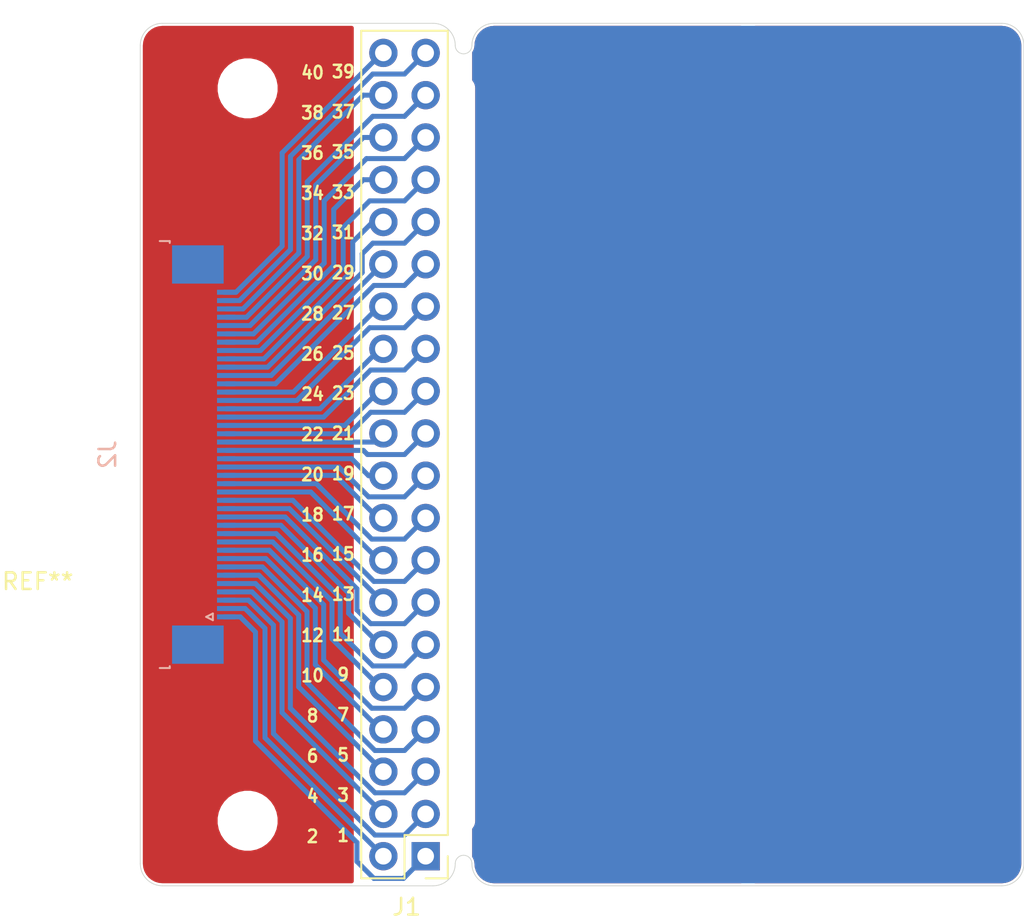
<source format=kicad_pcb>
(kicad_pcb (version 20171130) (host pcbnew "(5.1.6)-1")
  (layers (0 F.Cu signal) (31 B.Cu signal) (34 B.Paste user) (35 F.Paste user) (36 B.SilkS user) (37 F.SilkS user) (38 B.Mask user) (39 F.Mask user) (44 Edge.Cuts user))
  (net 0 "")
  (net 1 "Net-(J1-Pad40)")
  (net 2 "Net-(J1-Pad39)")
  (net 3 "Net-(J1-Pad38)")
  (net 4 "Net-(J1-Pad37)")
  (net 5 "Net-(J1-Pad36)")
  (net 6 "Net-(J1-Pad35)")
  (net 7 "Net-(J1-Pad34)")
  (net 8 "Net-(J1-Pad33)")
  (net 9 "Net-(J1-Pad32)")
  (net 10 "Net-(J1-Pad31)")
  (net 11 "Net-(J1-Pad30)")
  (net 12 "Net-(J1-Pad29)")
  (net 13 "Net-(J1-Pad28)")
  (net 14 "Net-(J1-Pad27)")
  (net 15 "Net-(J1-Pad26)")
  (net 16 "Net-(J1-Pad25)")
  (net 17 "Net-(J1-Pad24)")
  (net 18 "Net-(J1-Pad23)")
  (net 19 "Net-(J1-Pad22)")
  (net 20 "Net-(J1-Pad21)")
  (net 21 "Net-(J1-Pad20)")
  (net 22 "Net-(J1-Pad19)")
  (net 23 "Net-(J1-Pad18)")
  (net 24 "Net-(J1-Pad17)")
  (net 25 "Net-(J1-Pad16)")
  (net 26 "Net-(J1-Pad15)")
  (net 27 "Net-(J1-Pad14)")
  (net 28 "Net-(J1-Pad13)")
  (net 29 "Net-(J1-Pad12)")
  (net 30 "Net-(J1-Pad11)")
  (net 31 "Net-(J1-Pad10)")
  (net 32 "Net-(J1-Pad9)")
  (net 33 "Net-(J1-Pad8)")
  (net 34 "Net-(J1-Pad7)")
  (net 35 "Net-(J1-Pad6)")
  (net 36 "Net-(J1-Pad5)")
  (net 37 "Net-(J1-Pad4)")
  (net 38 "Net-(J1-Pad3)")
  (net 39 "Net-(J1-Pad2)")
  (net 40 "Net-(J1-Pad1)")
  (net 41 GND)
  (module "" (layer B.Cu) (at 159.7025 93.98 270)
    (fp_text reference "" (at 0 0 90) (layer B.SilkS) (effects (font (size 1.27 1.27)) (justify mirror)))
    (fp_text value "" (at 0 0 90) (layer B.SilkS) (effects (font (size 1.27 1.27)) (justify mirror)))
  )
  (module Connector_Wire:SolderWire-0.1sqmm_1x01_D0.4mm_OD1mm (layer F.Cu) (at 142.6083 93.98)
    (fp_text reference REF** (at -25.5778 7.62) (layer F.SilkS))
    (fp_text value SolderWire-0.1sqmm_1x01_D0.4mm_OD1mm)
    (pad "" np_thru_hole oval (at 0.0047 0) (size 1 45) (drill oval 1 45) (layers *.Cu *.Mask))
  )
  (module MountingHole:MountingHole_3.2mm_M3 (layer F.Cu) (at 129.64 71.98)
    (fp_text reference H1 (at 0 -0.0345) (layer F.SilkS))
    (fp_text value MountingHole)
    (pad 1 np_thru_hole circle (at 0 0) (size 3.2 3.2) (drill 3.2) (layers *.Cu *.Mask))
  )
  (module MountingHole:MountingHole_3.2mm_M3 (layer F.Cu) (at 129.6395 115.98)
    (fp_text reference H2 (at 0 -0.029) (layer F.SilkS))
    (fp_text value MountingHole)
    (pad 1 np_thru_hole circle (at 0 0) (size 3.2 3.2) (drill 3.2) (layers *.Cu *.Mask))
  )
  (module Connector_FFC-FPC:TE_4-1734839-0_1x40-1MP_P0.5mm_Horizontal (layer B.Cu) (at 127 93.98 90)
    (fp_text reference J2 (at 0 -5.7785 -90) (layer B.SilkS) (effects (justify mirror)))
    (fp_text value Conn_01x40_MountingPin)
    (fp_line (start -12.715 -2.04) (end -12.825 -2.04) (layer B.SilkS) (width 0.12))
    (fp_line (start -12.825 -2.04) (end -12.825 -2.64) (layer B.SilkS) (width 0.12))
    (fp_line (start 12.715 -2.04) (end 12.825 -2.04) (layer B.SilkS) (width 0.12))
    (fp_line (start 12.825 -2.04) (end 12.825 -2.64) (layer B.SilkS) (width 0.12))
    (fp_line (start -9.95 0.55) (end -9.75 0.15) (layer B.SilkS) (width 0.12))
    (fp_line (start -9.75 0.15) (end -9.55 0.55) (layer B.SilkS) (width 0.12))
    (fp_line (start -9.55 0.55) (end -9.95 0.55) (layer B.SilkS) (width 0.12))
    (pad 1 smd rect (at -9.75 1.35 90) (size 0.3 1.1) (layers B.Cu B.Paste B.Mask) (net 40 "Net-(J1-Pad1)"))
    (pad 2 smd rect (at -9.25 1.35 90) (size 0.3 1.1) (layers B.Cu B.Paste B.Mask) (net 39 "Net-(J1-Pad2)"))
    (pad 3 smd rect (at -8.75 1.35 90) (size 0.3 1.1) (layers B.Cu B.Paste B.Mask) (net 38 "Net-(J1-Pad3)"))
    (pad 4 smd rect (at -8.25 1.35 90) (size 0.3 1.1) (layers B.Cu B.Paste B.Mask) (net 37 "Net-(J1-Pad4)"))
    (pad 5 smd rect (at -7.75 1.35 90) (size 0.3 1.1) (layers B.Cu B.Paste B.Mask) (net 36 "Net-(J1-Pad5)"))
    (pad 6 smd rect (at -7.25 1.35 90) (size 0.3 1.1) (layers B.Cu B.Paste B.Mask) (net 35 "Net-(J1-Pad6)"))
    (pad 7 smd rect (at -6.75 1.35 90) (size 0.3 1.1) (layers B.Cu B.Paste B.Mask) (net 34 "Net-(J1-Pad7)"))
    (pad 8 smd rect (at -6.25 1.35 90) (size 0.3 1.1) (layers B.Cu B.Paste B.Mask) (net 33 "Net-(J1-Pad8)"))
    (pad 9 smd rect (at -5.75 1.35 90) (size 0.3 1.1) (layers B.Cu B.Paste B.Mask) (net 32 "Net-(J1-Pad9)"))
    (pad 10 smd rect (at -5.25 1.35 90) (size 0.3 1.1) (layers B.Cu B.Paste B.Mask) (net 31 "Net-(J1-Pad10)"))
    (pad 11 smd rect (at -4.75 1.35 90) (size 0.3 1.1) (layers B.Cu B.Paste B.Mask) (net 30 "Net-(J1-Pad11)"))
    (pad 12 smd rect (at -4.25 1.35 90) (size 0.3 1.1) (layers B.Cu B.Paste B.Mask) (net 29 "Net-(J1-Pad12)"))
    (pad 13 smd rect (at -3.75 1.35 90) (size 0.3 1.1) (layers B.Cu B.Paste B.Mask) (net 28 "Net-(J1-Pad13)"))
    (pad 14 smd rect (at -3.25 1.35 90) (size 0.3 1.1) (layers B.Cu B.Paste B.Mask) (net 27 "Net-(J1-Pad14)"))
    (pad 15 smd rect (at -2.75 1.35 90) (size 0.3 1.1) (layers B.Cu B.Paste B.Mask) (net 26 "Net-(J1-Pad15)"))
    (pad 16 smd rect (at -2.25 1.35 90) (size 0.3 1.1) (layers B.Cu B.Paste B.Mask) (net 25 "Net-(J1-Pad16)"))
    (pad 17 smd rect (at -1.75 1.35 90) (size 0.3 1.1) (layers B.Cu B.Paste B.Mask) (net 24 "Net-(J1-Pad17)"))
    (pad 18 smd rect (at -1.25 1.35 90) (size 0.3 1.1) (layers B.Cu B.Paste B.Mask) (net 23 "Net-(J1-Pad18)"))
    (pad 19 smd rect (at -0.75 1.35 90) (size 0.3 1.1) (layers B.Cu B.Paste B.Mask) (net 22 "Net-(J1-Pad19)"))
    (pad 20 smd rect (at -0.25 1.35 90) (size 0.3 1.1) (layers B.Cu B.Paste B.Mask) (net 21 "Net-(J1-Pad20)"))
    (pad 21 smd rect (at 0.25 1.35 90) (size 0.3 1.1) (layers B.Cu B.Paste B.Mask) (net 20 "Net-(J1-Pad21)"))
    (pad 22 smd rect (at 0.75 1.35 90) (size 0.3 1.1) (layers B.Cu B.Paste B.Mask) (net 19 "Net-(J1-Pad22)"))
    (pad 23 smd rect (at 1.25 1.35 90) (size 0.3 1.1) (layers B.Cu B.Paste B.Mask) (net 18 "Net-(J1-Pad23)"))
    (pad 24 smd rect (at 1.75 1.35 90) (size 0.3 1.1) (layers B.Cu B.Paste B.Mask) (net 17 "Net-(J1-Pad24)"))
    (pad 25 smd rect (at 2.25 1.35 90) (size 0.3 1.1) (layers B.Cu B.Paste B.Mask) (net 16 "Net-(J1-Pad25)"))
    (pad 26 smd rect (at 2.75 1.35 90) (size 0.3 1.1) (layers B.Cu B.Paste B.Mask) (net 15 "Net-(J1-Pad26)"))
    (pad 27 smd rect (at 3.25 1.35 90) (size 0.3 1.1) (layers B.Cu B.Paste B.Mask) (net 14 "Net-(J1-Pad27)"))
    (pad 28 smd rect (at 3.75 1.35 90) (size 0.3 1.1) (layers B.Cu B.Paste B.Mask) (net 13 "Net-(J1-Pad28)"))
    (pad 29 smd rect (at 4.25 1.35 90) (size 0.3 1.1) (layers B.Cu B.Paste B.Mask) (net 12 "Net-(J1-Pad29)"))
    (pad 30 smd rect (at 4.75 1.35 90) (size 0.3 1.1) (layers B.Cu B.Paste B.Mask) (net 11 "Net-(J1-Pad30)"))
    (pad 31 smd rect (at 5.25 1.35 90) (size 0.3 1.1) (layers B.Cu B.Paste B.Mask) (net 10 "Net-(J1-Pad31)"))
    (pad 32 smd rect (at 5.75 1.35 90) (size 0.3 1.1) (layers B.Cu B.Paste B.Mask) (net 9 "Net-(J1-Pad32)"))
    (pad 33 smd rect (at 6.25 1.35 90) (size 0.3 1.1) (layers B.Cu B.Paste B.Mask) (net 8 "Net-(J1-Pad33)"))
    (pad 34 smd rect (at 6.75 1.35 90) (size 0.3 1.1) (layers B.Cu B.Paste B.Mask) (net 7 "Net-(J1-Pad34)"))
    (pad 35 smd rect (at 7.25 1.35 90) (size 0.3 1.1) (layers B.Cu B.Paste B.Mask) (net 6 "Net-(J1-Pad35)"))
    (pad 36 smd rect (at 7.75 1.35 90) (size 0.3 1.1) (layers B.Cu B.Paste B.Mask) (net 5 "Net-(J1-Pad36)"))
    (pad 37 smd rect (at 8.25 1.35 90) (size 0.3 1.1) (layers B.Cu B.Paste B.Mask) (net 4 "Net-(J1-Pad37)"))
    (pad 38 smd rect (at 8.75 1.35 90) (size 0.3 1.1) (layers B.Cu B.Paste B.Mask) (net 3 "Net-(J1-Pad38)"))
    (pad 39 smd rect (at 9.25 1.35 90) (size 0.3 1.1) (layers B.Cu B.Paste B.Mask) (net 2 "Net-(J1-Pad39)"))
    (pad 40 smd rect (at 9.75 1.35 90) (size 0.3 1.1) (layers B.Cu B.Paste B.Mask) (net 1 "Net-(J1-Pad40)"))
    (pad MP smd rect (at -11.42 -0.35 90) (size 2.3 3.1) (layers B.Cu B.Paste B.Mask) (net 41 GND))
    (pad MP smd rect (at 11.42 -0.35 90) (size 2.3 3.1) (layers B.Cu B.Paste B.Mask) (net 41 GND))
  )
  (module Connector_PinHeader_2.54mm:PinHeader_2x20_P2.54mm_Vertical (layer F.Cu) (at 140.335 118.11 180)
    (fp_text reference J1 (at 1.143 -3.048) (layer F.SilkS))
    (fp_text value Conn_01x40)
    (fp_line (start -1.33 49.59) (end 3.87 49.59) (layer F.SilkS) (width 0.12))
    (fp_line (start -1.33 1.27) (end -1.33 49.59) (layer F.SilkS) (width 0.12))
    (fp_line (start 3.87 -1.33) (end 3.87 49.59) (layer F.SilkS) (width 0.12))
    (fp_line (start -1.33 1.27) (end 1.27 1.27) (layer F.SilkS) (width 0.12))
    (fp_line (start 1.27 1.27) (end 1.27 -1.33) (layer F.SilkS) (width 0.12))
    (fp_line (start 1.27 -1.33) (end 3.87 -1.33) (layer F.SilkS) (width 0.12))
    (fp_line (start -1.33 0) (end -1.33 -1.33) (layer F.SilkS) (width 0.12))
    (fp_line (start -1.33 -1.33) (end 0 -1.33) (layer F.SilkS) (width 0.12))
    (pad 1 thru_hole rect (at 0 0 180) (size 1.7 1.7) (drill 1) (layers *.Cu *.Mask) (net 40 "Net-(J1-Pad1)"))
    (pad 2 thru_hole oval (at 2.54 0 180) (size 1.7 1.7) (drill 1) (layers *.Cu *.Mask) (net 39 "Net-(J1-Pad2)"))
    (pad 3 thru_hole oval (at 0 2.54 180) (size 1.7 1.7) (drill 1) (layers *.Cu *.Mask) (net 38 "Net-(J1-Pad3)"))
    (pad 4 thru_hole oval (at 2.54 2.54 180) (size 1.7 1.7) (drill 1) (layers *.Cu *.Mask) (net 37 "Net-(J1-Pad4)"))
    (pad 5 thru_hole oval (at 0 5.08 180) (size 1.7 1.7) (drill 1) (layers *.Cu *.Mask) (net 36 "Net-(J1-Pad5)"))
    (pad 6 thru_hole oval (at 2.54 5.08 180) (size 1.7 1.7) (drill 1) (layers *.Cu *.Mask) (net 35 "Net-(J1-Pad6)"))
    (pad 7 thru_hole oval (at 0 7.62 180) (size 1.7 1.7) (drill 1) (layers *.Cu *.Mask) (net 34 "Net-(J1-Pad7)"))
    (pad 8 thru_hole oval (at 2.54 7.62 180) (size 1.7 1.7) (drill 1) (layers *.Cu *.Mask) (net 33 "Net-(J1-Pad8)"))
    (pad 9 thru_hole oval (at 0 10.16 180) (size 1.7 1.7) (drill 1) (layers *.Cu *.Mask) (net 32 "Net-(J1-Pad9)"))
    (pad 10 thru_hole oval (at 2.54 10.16 180) (size 1.7 1.7) (drill 1) (layers *.Cu *.Mask) (net 31 "Net-(J1-Pad10)"))
    (pad 11 thru_hole oval (at 0 12.7 180) (size 1.7 1.7) (drill 1) (layers *.Cu *.Mask) (net 30 "Net-(J1-Pad11)"))
    (pad 12 thru_hole oval (at 2.54 12.7 180) (size 1.7 1.7) (drill 1) (layers *.Cu *.Mask) (net 29 "Net-(J1-Pad12)"))
    (pad 13 thru_hole oval (at 0 15.24 180) (size 1.7 1.7) (drill 1) (layers *.Cu *.Mask) (net 28 "Net-(J1-Pad13)"))
    (pad 14 thru_hole oval (at 2.54 15.24 180) (size 1.7 1.7) (drill 1) (layers *.Cu *.Mask) (net 27 "Net-(J1-Pad14)"))
    (pad 15 thru_hole oval (at 0 17.78 180) (size 1.7 1.7) (drill 1) (layers *.Cu *.Mask) (net 26 "Net-(J1-Pad15)"))
    (pad 16 thru_hole oval (at 2.54 17.78 180) (size 1.7 1.7) (drill 1) (layers *.Cu *.Mask) (net 25 "Net-(J1-Pad16)"))
    (pad 17 thru_hole oval (at 0 20.32 180) (size 1.7 1.7) (drill 1) (layers *.Cu *.Mask) (net 24 "Net-(J1-Pad17)"))
    (pad 18 thru_hole oval (at 2.54 20.32 180) (size 1.7 1.7) (drill 1) (layers *.Cu *.Mask) (net 23 "Net-(J1-Pad18)"))
    (pad 19 thru_hole oval (at 0 22.86 180) (size 1.7 1.7) (drill 1) (layers *.Cu *.Mask) (net 22 "Net-(J1-Pad19)"))
    (pad 20 thru_hole oval (at 2.54 22.86 180) (size 1.7 1.7) (drill 1) (layers *.Cu *.Mask) (net 21 "Net-(J1-Pad20)"))
    (pad 21 thru_hole oval (at 0 25.4 180) (size 1.7 1.7) (drill 1) (layers *.Cu *.Mask) (net 20 "Net-(J1-Pad21)"))
    (pad 22 thru_hole oval (at 2.54 25.4 180) (size 1.7 1.7) (drill 1) (layers *.Cu *.Mask) (net 19 "Net-(J1-Pad22)"))
    (pad 23 thru_hole oval (at 0 27.94 180) (size 1.7 1.7) (drill 1) (layers *.Cu *.Mask) (net 18 "Net-(J1-Pad23)"))
    (pad 24 thru_hole oval (at 2.54 27.94 180) (size 1.7 1.7) (drill 1) (layers *.Cu *.Mask) (net 17 "Net-(J1-Pad24)"))
    (pad 25 thru_hole oval (at 0 30.48 180) (size 1.7 1.7) (drill 1) (layers *.Cu *.Mask) (net 16 "Net-(J1-Pad25)"))
    (pad 26 thru_hole oval (at 2.54 30.48 180) (size 1.7 1.7) (drill 1) (layers *.Cu *.Mask) (net 15 "Net-(J1-Pad26)"))
    (pad 27 thru_hole oval (at 0 33.02 180) (size 1.7 1.7) (drill 1) (layers *.Cu *.Mask) (net 14 "Net-(J1-Pad27)"))
    (pad 28 thru_hole oval (at 2.54 33.02 180) (size 1.7 1.7) (drill 1) (layers *.Cu *.Mask) (net 13 "Net-(J1-Pad28)"))
    (pad 29 thru_hole oval (at 0 35.56 180) (size 1.7 1.7) (drill 1) (layers *.Cu *.Mask) (net 12 "Net-(J1-Pad29)"))
    (pad 30 thru_hole oval (at 2.54 35.56 180) (size 1.7 1.7) (drill 1) (layers *.Cu *.Mask) (net 11 "Net-(J1-Pad30)"))
    (pad 31 thru_hole oval (at 0 38.1 180) (size 1.7 1.7) (drill 1) (layers *.Cu *.Mask) (net 10 "Net-(J1-Pad31)"))
    (pad 32 thru_hole oval (at 2.54 38.1 180) (size 1.7 1.7) (drill 1) (layers *.Cu *.Mask) (net 9 "Net-(J1-Pad32)"))
    (pad 33 thru_hole oval (at 0 40.64 180) (size 1.7 1.7) (drill 1) (layers *.Cu *.Mask) (net 8 "Net-(J1-Pad33)"))
    (pad 34 thru_hole oval (at 2.54 40.64 180) (size 1.7 1.7) (drill 1) (layers *.Cu *.Mask) (net 7 "Net-(J1-Pad34)"))
    (pad 35 thru_hole oval (at 0 43.18 180) (size 1.7 1.7) (drill 1) (layers *.Cu *.Mask) (net 6 "Net-(J1-Pad35)"))
    (pad 36 thru_hole oval (at 2.54 43.18 180) (size 1.7 1.7) (drill 1) (layers *.Cu *.Mask) (net 5 "Net-(J1-Pad36)"))
    (pad 37 thru_hole oval (at 0 45.72 180) (size 1.7 1.7) (drill 1) (layers *.Cu *.Mask) (net 4 "Net-(J1-Pad37)"))
    (pad 38 thru_hole oval (at 2.54 45.72 180) (size 1.7 1.7) (drill 1) (layers *.Cu *.Mask) (net 3 "Net-(J1-Pad38)"))
    (pad 39 thru_hole oval (at 0 48.26 180) (size 1.7 1.7) (drill 1) (layers *.Cu *.Mask) (net 2 "Net-(J1-Pad39)"))
    (pad 40 thru_hole oval (at 2.54 48.26 180) (size 1.7 1.7) (drill 1) (layers *.Cu *.Mask) (net 1 "Net-(J1-Pad40)"))
  )
  (gr_line (start 144.4465 119.888) (end 174.9425 119.888) (layer Edge.Cuts) (width 0.05))
  (gr_line (start 176.276 118.5545) (end 176.276 69.4055) (layer Edge.Cuts) (width 0.05))
  (gr_arc (start 174.9425 69.4055) (end 176.276 69.4055) (angle -90) (layer Edge.Cuts) (width 0.05))
  (gr_arc (start 174.9425 118.5545) (end 174.9425 119.888) (angle -90) (layer Edge.Cuts) (width 0.05))
  (gr_line (start 144.4465 68.072) (end 174.9425 68.072) (layer Edge.Cuts) (width 0.05))
  (gr_arc (start 144.4465 69.4055) (end 144.4465 68.072) (angle -90) (layer Edge.Cuts) (width 0.05))
  (gr_arc (start 144.4465 118.5545) (end 143.113 118.5545) (angle -90) (layer Edge.Cuts) (width 0.05))
  (gr_arc (start 142.613 118.5545) (end 143.113 118.5545) (angle -180) (layer Edge.Cuts) (width 0.05))
  (gr_arc (start 142.613 69.4055) (end 142.113 69.4055) (angle -180) (layer Edge.Cuts) (width 0.05))
  (gr_text "40\n\n38\n\n36\n\n34\n\n32\n\n30\n\n28\n\n26\n\n24\n\n22\n\n20\n\n18\n\n16\n\n14\n\n12\n\n10\n\n8\n\n6\n\n4\n\n2" (at 133.5405 93.98) (layer F.SilkS) (effects (font (size 0.75 0.7))))
  (gr_text "\n\n39\n\n37\n\n35\n\n33\n\n31\n\n29\n\n27\n\n25\n\n23\n\n21\n\n19\n\n17\n\n15\n\n13\n\n11\n\n9\n\n7\n\n5\n\n3\n\n1" (at 135.382 92.71) (layer F.SilkS) (effects (font (size 0.75 0.7))))
  (gr_arc (start 140.7795 118.5545) (end 140.7795 119.888) (angle -90) (layer Edge.Cuts) (width 0.05))
  (gr_arc (start 124.5235 118.5545) (end 123.19 118.5545) (angle -90) (layer Edge.Cuts) (width 0.05))
  (gr_arc (start 124.5235 69.4055) (end 124.5235 68.072) (angle -90) (layer Edge.Cuts) (width 0.05))
  (gr_arc (start 140.7795 69.4055) (end 142.113 69.4055) (angle -90) (layer Edge.Cuts) (width 0.05))
  (gr_line (start 124.5235 119.888) (end 140.7795 119.888) (layer Edge.Cuts) (width 0.05))
  (gr_line (start 123.19 69.4055) (end 123.19 118.5545) (layer Edge.Cuts) (width 0.05))
  (gr_line (start 140.7795 68.072) (end 124.5235 68.072) (layer Edge.Cuts) (width 0.05))
  (segment (start 137.718679 69.85) (end 137.795 69.85) (width 0.3) (layer B.Cu) (net 1))
  (segment (start 131.71498 75.853699) (end 137.718679 69.85) (width 0.3) (layer B.Cu) (net 1))
  (segment (start 131.71498 81.45502) (end 131.71498 75.853699) (width 0.3) (layer B.Cu) (net 1))
  (segment (start 128.223 84.23) (end 128.94 84.23) (width 0.3) (layer B.Cu) (net 1))
  (segment (start 128.94 84.23) (end 131.71498 81.45502) (width 0.3) (layer B.Cu) (net 1))
  (segment (start 128.223 84.73) (end 129.15 84.73) (width 0.3) (layer B.Cu) (net 2))
  (segment (start 139.065 71.12) (end 140.335 69.85) (width 0.3) (layer B.Cu) (net 2))
  (segment (start 137.155799 71.12) (end 139.065 71.12) (width 0.3) (layer B.Cu) (net 2))
  (segment (start 129.15 84.73) (end 132.21499 81.66501) (width 0.3) (layer B.Cu) (net 2))
  (segment (start 132.21499 81.66501) (end 132.21499 76.060809) (width 0.3) (layer B.Cu) (net 2))
  (segment (start 132.21499 76.060809) (end 137.155799 71.12) (width 0.3) (layer B.Cu) (net 2))
  (segment (start 136.592919 72.39) (end 137.795 72.39) (width 0.3) (layer B.Cu) (net 3))
  (segment (start 132.715 81.875) (end 132.715 76.267919) (width 0.3) (layer B.Cu) (net 3))
  (segment (start 132.715 76.267919) (end 136.592919 72.39) (width 0.3) (layer B.Cu) (net 3))
  (segment (start 128.35 85.23) (end 129.36 85.23) (width 0.3) (layer B.Cu) (net 3))
  (segment (start 129.36 85.23) (end 132.715 81.875) (width 0.3) (layer B.Cu) (net 3))
  (segment (start 139.065 73.66) (end 140.335 72.39) (width 0.3) (layer B.Cu) (net 4))
  (segment (start 128.35 85.73) (end 129.57 85.73) (width 0.3) (layer B.Cu) (net 4))
  (segment (start 133.223 82.077) (end 133.223 77.592799) (width 0.3) (layer B.Cu) (net 4))
  (segment (start 133.223 77.592799) (end 137.155799 73.66) (width 0.3) (layer B.Cu) (net 4))
  (segment (start 129.57 85.73) (end 133.223 82.077) (width 0.3) (layer B.Cu) (net 4))
  (segment (start 137.155799 73.66) (end 139.065 73.66) (width 0.3) (layer B.Cu) (net 4))
  (segment (start 133.731 77.791919) (end 136.592919 74.93) (width 0.3) (layer B.Cu) (net 5))
  (segment (start 133.731 82.279) (end 133.731 77.791919) (width 0.3) (layer B.Cu) (net 5))
  (segment (start 136.592919 74.93) (end 137.795 74.93) (width 0.3) (layer B.Cu) (net 5))
  (segment (start 128.35 86.23) (end 129.78 86.23) (width 0.3) (layer B.Cu) (net 5))
  (segment (start 129.78 86.23) (end 133.731 82.279) (width 0.3) (layer B.Cu) (net 5))
  (segment (start 129.99 86.73) (end 134.239 82.481) (width 0.3) (layer B.Cu) (net 6))
  (segment (start 139.065 76.2) (end 140.335 74.93) (width 0.3) (layer B.Cu) (net 6))
  (segment (start 128.35 86.73) (end 129.99 86.73) (width 0.3) (layer B.Cu) (net 6))
  (segment (start 134.239 78.74) (end 136.779 76.2) (width 0.3) (layer B.Cu) (net 6))
  (segment (start 134.239 82.481) (end 134.239 78.74) (width 0.3) (layer B.Cu) (net 6))
  (segment (start 136.779 76.2) (end 139.065 76.2) (width 0.3) (layer B.Cu) (net 6))
  (segment (start 130.2 87.23) (end 128.35 87.23) (width 0.3) (layer B.Cu) (net 7))
  (segment (start 134.8105 82.6195) (end 130.2 87.23) (width 0.3) (layer B.Cu) (net 7))
  (segment (start 134.8105 79.252419) (end 134.8105 82.6195) (width 0.3) (layer B.Cu) (net 7))
  (segment (start 137.795 77.47) (end 136.592919 77.47) (width 0.3) (layer B.Cu) (net 7))
  (segment (start 136.592919 77.47) (end 134.8105 79.252419) (width 0.3) (layer B.Cu) (net 7))
  (segment (start 139.065 78.74) (end 140.335 77.47) (width 0.3) (layer B.Cu) (net 8))
  (segment (start 136.9695 78.74) (end 139.065 78.74) (width 0.3) (layer B.Cu) (net 8))
  (segment (start 130.41 87.73) (end 135.382 82.758) (width 0.3) (layer B.Cu) (net 8))
  (segment (start 128.35 87.73) (end 130.41 87.73) (width 0.3) (layer B.Cu) (net 8))
  (segment (start 135.382 82.758) (end 135.382 80.3275) (width 0.3) (layer B.Cu) (net 8))
  (segment (start 135.382 80.3275) (end 136.9695 78.74) (width 0.3) (layer B.Cu) (net 8))
  (segment (start 137.15138 80.01) (end 137.795 80.01) (width 0.3) (layer B.Cu) (net 9))
  (segment (start 135.9535 81.20788) (end 137.15138 80.01) (width 0.3) (layer B.Cu) (net 9))
  (segment (start 135.9535 82.8965) (end 135.9535 81.20788) (width 0.3) (layer B.Cu) (net 9))
  (segment (start 128.35 88.23) (end 130.62 88.23) (width 0.3) (layer B.Cu) (net 9))
  (segment (start 130.62 88.23) (end 135.9535 82.8965) (width 0.3) (layer B.Cu) (net 9))
  (segment (start 139.065 81.28) (end 140.335 80.01) (width 0.3) (layer B.Cu) (net 10))
  (segment (start 130.84 88.73) (end 136.525 83.045) (width 0.3) (layer B.Cu) (net 10))
  (segment (start 136.525 81.915) (end 137.16 81.28) (width 0.3) (layer B.Cu) (net 10))
  (segment (start 128.35 88.73) (end 130.84 88.73) (width 0.3) (layer B.Cu) (net 10))
  (segment (start 136.525 83.045) (end 136.525 81.915) (width 0.3) (layer B.Cu) (net 10))
  (segment (start 137.16 81.28) (end 139.065 81.28) (width 0.3) (layer B.Cu) (net 10))
  (segment (start 137.7315 82.55) (end 137.795 82.55) (width 0.3) (layer B.Cu) (net 11))
  (segment (start 128.35 89.23) (end 131.0515 89.23) (width 0.3) (layer B.Cu) (net 11))
  (segment (start 131.0515 89.23) (end 137.7315 82.55) (width 0.3) (layer B.Cu) (net 11))
  (segment (start 139.065 83.82) (end 140.335 82.55) (width 0.3) (layer B.Cu) (net 12))
  (segment (start 137.2235 83.82) (end 139.065 83.82) (width 0.3) (layer B.Cu) (net 12))
  (segment (start 128.35 89.73) (end 131.3135 89.73) (width 0.3) (layer B.Cu) (net 12))
  (segment (start 131.3135 89.73) (end 137.2235 83.82) (width 0.3) (layer B.Cu) (net 12))
  (segment (start 137.53238 85.09) (end 137.795 85.09) (width 0.3) (layer B.Cu) (net 13))
  (segment (start 128.35 90.23) (end 132.39238 90.23) (width 0.3) (layer B.Cu) (net 13))
  (segment (start 132.39238 90.23) (end 137.53238 85.09) (width 0.3) (layer B.Cu) (net 13))
  (segment (start 128.35 90.73) (end 132.5995 90.73) (width 0.3) (layer B.Cu) (net 14))
  (segment (start 132.5995 90.73) (end 136.9695 86.36) (width 0.3) (layer B.Cu) (net 14))
  (segment (start 139.065 86.36) (end 140.335 85.09) (width 0.3) (layer B.Cu) (net 14))
  (segment (start 136.9695 86.36) (end 139.065 86.36) (width 0.3) (layer B.Cu) (net 14))
  (segment (start 137.59588 87.63) (end 137.795 87.63) (width 0.3) (layer B.Cu) (net 15))
  (segment (start 128.35 91.23) (end 133.99588 91.23) (width 0.3) (layer B.Cu) (net 15))
  (segment (start 133.99588 91.23) (end 137.59588 87.63) (width 0.3) (layer B.Cu) (net 15))
  (segment (start 128.35 91.73) (end 134.203 91.73) (width 0.3) (layer B.Cu) (net 16))
  (segment (start 134.203 91.73) (end 137.033 88.9) (width 0.3) (layer B.Cu) (net 16))
  (segment (start 139.065 88.9) (end 140.335 87.63) (width 0.3) (layer B.Cu) (net 16))
  (segment (start 137.033 88.9) (end 139.065 88.9) (width 0.3) (layer B.Cu) (net 16))
  (segment (start 137.53238 90.17) (end 137.795 90.17) (width 0.3) (layer B.Cu) (net 17))
  (segment (start 128.35 92.23) (end 135.47238 92.23) (width 0.3) (layer B.Cu) (net 17))
  (segment (start 135.47238 92.23) (end 137.53238 90.17) (width 0.3) (layer B.Cu) (net 17))
  (segment (start 139.065 91.44) (end 140.335 90.17) (width 0.3) (layer B.Cu) (net 18))
  (segment (start 137.033 91.44) (end 139.065 91.44) (width 0.3) (layer B.Cu) (net 18))
  (segment (start 128.35 92.73) (end 135.743 92.73) (width 0.3) (layer B.Cu) (net 18))
  (segment (start 135.743 92.73) (end 137.033 91.44) (width 0.3) (layer B.Cu) (net 18))
  (segment (start 137.275 93.23) (end 137.795 92.71) (width 0.3) (layer B.Cu) (net 19))
  (segment (start 128.35 93.23) (end 137.275 93.23) (width 0.3) (layer B.Cu) (net 19))
  (segment (start 139.065 93.98) (end 140.335 92.71) (width 0.3) (layer B.Cu) (net 20))
  (segment (start 136.8425 93.98) (end 139.065 93.98) (width 0.3) (layer B.Cu) (net 20))
  (segment (start 128.35 93.73) (end 136.5925 93.73) (width 0.3) (layer B.Cu) (net 20))
  (segment (start 136.5925 93.73) (end 136.8425 93.98) (width 0.3) (layer B.Cu) (net 20))
  (segment (start 137.795 95.25) (end 137.795 95.19512) (width 0.3) (layer B.Cu) (net 21))
  (segment (start 136.906 95.25) (end 137.795 95.25) (width 0.3) (layer B.Cu) (net 21))
  (segment (start 128.223 94.23) (end 135.886 94.23) (width 0.3) (layer B.Cu) (net 21))
  (segment (start 135.886 94.23) (end 136.906 95.25) (width 0.3) (layer B.Cu) (net 21))
  (segment (start 128.223 94.73) (end 135.116 94.73) (width 0.3) (layer B.Cu) (net 22))
  (segment (start 135.116 94.73) (end 136.906 96.52) (width 0.3) (layer B.Cu) (net 22))
  (segment (start 139.065 96.52) (end 140.335 95.25) (width 0.3) (layer B.Cu) (net 22))
  (segment (start 136.906 96.52) (end 139.065 96.52) (width 0.3) (layer B.Cu) (net 22))
  (segment (start 137.46888 97.79) (end 137.795 97.79) (width 0.3) (layer B.Cu) (net 23))
  (segment (start 128.223 95.23) (end 134.90888 95.23) (width 0.3) (layer B.Cu) (net 23))
  (segment (start 134.90888 95.23) (end 137.46888 97.79) (width 0.3) (layer B.Cu) (net 23))
  (segment (start 137.0965 99.06) (end 139.065 99.06) (width 0.3) (layer B.Cu) (net 24))
  (segment (start 128.223 95.73) (end 133.7665 95.73) (width 0.3) (layer B.Cu) (net 24))
  (segment (start 139.065 99.06) (end 140.335 97.79) (width 0.3) (layer B.Cu) (net 24))
  (segment (start 133.7665 95.73) (end 137.0965 99.06) (width 0.3) (layer B.Cu) (net 24))
  (segment (start 137.53238 100.33) (end 137.795 100.33) (width 0.3) (layer B.Cu) (net 25))
  (segment (start 128.223 96.23) (end 133.43238 96.23) (width 0.3) (layer B.Cu) (net 25))
  (segment (start 133.43238 96.23) (end 137.53238 100.33) (width 0.3) (layer B.Cu) (net 25))
  (segment (start 139.065 101.6) (end 140.335 100.33) (width 0.3) (layer B.Cu) (net 26))
  (segment (start 128.223 96.73) (end 132.3535 96.73) (width 0.3) (layer B.Cu) (net 26))
  (segment (start 137.2235 101.6) (end 139.065 101.6) (width 0.3) (layer B.Cu) (net 26))
  (segment (start 132.3535 96.73) (end 137.2235 101.6) (width 0.3) (layer B.Cu) (net 26))
  (segment (start 137.78638 102.87) (end 137.795 102.87) (width 0.3) (layer B.Cu) (net 27))
  (segment (start 128.223 97.23) (end 132.14638 97.23) (width 0.3) (layer B.Cu) (net 27))
  (segment (start 132.14638 97.23) (end 137.78638 102.87) (width 0.3) (layer B.Cu) (net 27))
  (segment (start 139.065 104.14) (end 140.335 102.87) (width 0.3) (layer B.Cu) (net 28))
  (segment (start 131.893 97.73) (end 136.2075 102.0445) (width 0.3) (layer B.Cu) (net 28))
  (segment (start 128.223 97.73) (end 131.893 97.73) (width 0.3) (layer B.Cu) (net 28))
  (segment (start 136.2075 102.0445) (end 136.2075 103.3145) (width 0.3) (layer B.Cu) (net 28))
  (segment (start 136.2075 103.3145) (end 137.033 104.14) (width 0.3) (layer B.Cu) (net 28))
  (segment (start 137.033 104.14) (end 139.065 104.14) (width 0.3) (layer B.Cu) (net 28))
  (segment (start 137.59588 105.41) (end 137.795 105.41) (width 0.3) (layer B.Cu) (net 29))
  (segment (start 135.70749 102.30649) (end 135.70749 103.52161) (width 0.3) (layer B.Cu) (net 29))
  (segment (start 135.70749 103.52161) (end 137.59588 105.41) (width 0.3) (layer B.Cu) (net 29))
  (segment (start 128.223 98.23) (end 131.631 98.23) (width 0.3) (layer B.Cu) (net 29))
  (segment (start 131.631 98.23) (end 135.70749 102.30649) (width 0.3) (layer B.Cu) (net 29))
  (segment (start 139.065 106.68) (end 140.335 105.41) (width 0.3) (layer B.Cu) (net 30))
  (segment (start 131.35176 98.73) (end 135.20748 102.58572) (width 0.3) (layer B.Cu) (net 30))
  (segment (start 135.20748 104.72748) (end 137.16 106.68) (width 0.3) (layer B.Cu) (net 30))
  (segment (start 135.20748 102.58572) (end 135.20748 104.72748) (width 0.3) (layer B.Cu) (net 30))
  (segment (start 128.223 98.73) (end 131.35176 98.73) (width 0.3) (layer B.Cu) (net 30))
  (segment (start 137.16 106.68) (end 139.065 106.68) (width 0.3) (layer B.Cu) (net 30))
  (segment (start 137.6045 107.95) (end 137.795 107.95) (width 0.3) (layer B.Cu) (net 31))
  (segment (start 134.70747 105.05297) (end 137.6045 107.95) (width 0.3) (layer B.Cu) (net 31))
  (segment (start 134.70747 102.79283) (end 134.70747 105.05297) (width 0.3) (layer B.Cu) (net 31))
  (segment (start 128.223 99.23) (end 131.14464 99.23) (width 0.3) (layer B.Cu) (net 31))
  (segment (start 131.14464 99.23) (end 134.70747 102.79283) (width 0.3) (layer B.Cu) (net 31))
  (segment (start 139.065 109.22) (end 140.335 107.95) (width 0.3) (layer B.Cu) (net 32))
  (segment (start 130.93752 99.73) (end 134.20746 102.99994) (width 0.3) (layer B.Cu) (net 32))
  (segment (start 134.20746 106.33096) (end 137.0965 109.22) (width 0.3) (layer B.Cu) (net 32))
  (segment (start 128.223 99.73) (end 130.93752 99.73) (width 0.3) (layer B.Cu) (net 32))
  (segment (start 134.20746 102.99994) (end 134.20746 106.33096) (width 0.3) (layer B.Cu) (net 32))
  (segment (start 137.0965 109.22) (end 139.065 109.22) (width 0.3) (layer B.Cu) (net 32))
  (segment (start 128.223 100.23) (end 130.7304 100.23) (width 0.3) (layer B.Cu) (net 33))
  (segment (start 133.70745 106.60157) (end 137.59588 110.49) (width 0.3) (layer B.Cu) (net 33))
  (segment (start 130.7304 100.23) (end 133.70745 103.20705) (width 0.3) (layer B.Cu) (net 33))
  (segment (start 137.59588 110.49) (end 137.795 110.49) (width 0.3) (layer B.Cu) (net 33))
  (segment (start 133.70745 103.20705) (end 133.70745 106.60157) (width 0.3) (layer B.Cu) (net 33))
  (segment (start 128.223 100.73) (end 130.52328 100.73) (width 0.3) (layer B.Cu) (net 34))
  (segment (start 130.52328 100.73) (end 133.20744 103.41416) (width 0.3) (layer B.Cu) (net 34))
  (segment (start 133.20744 107.678442) (end 137.288998 111.76) (width 0.3) (layer B.Cu) (net 34))
  (segment (start 133.20744 103.41416) (end 133.20744 107.678442) (width 0.3) (layer B.Cu) (net 34))
  (segment (start 139.065 111.76) (end 140.335 110.49) (width 0.3) (layer B.Cu) (net 34))
  (segment (start 137.288998 111.76) (end 139.065 111.76) (width 0.3) (layer B.Cu) (net 34))
  (segment (start 128.223 101.23) (end 130.31616 101.23) (width 0.3) (layer B.Cu) (net 35))
  (segment (start 130.31616 101.23) (end 132.70743 103.62127) (width 0.3) (layer B.Cu) (net 35))
  (segment (start 132.70743 107.94243) (end 137.795 113.03) (width 0.3) (layer B.Cu) (net 35))
  (segment (start 132.70743 103.62127) (end 132.70743 107.94243) (width 0.3) (layer B.Cu) (net 35))
  (segment (start 128.223 101.73) (end 130.10904 101.73) (width 0.3) (layer B.Cu) (net 36))
  (segment (start 130.10904 101.73) (end 132.20742 103.82838) (width 0.3) (layer B.Cu) (net 36))
  (segment (start 132.20742 109.218422) (end 137.288998 114.3) (width 0.3) (layer B.Cu) (net 36))
  (segment (start 132.20742 103.82838) (end 132.20742 109.218422) (width 0.3) (layer B.Cu) (net 36))
  (segment (start 139.065 114.3) (end 140.335 113.03) (width 0.3) (layer B.Cu) (net 36))
  (segment (start 137.288998 114.3) (end 139.065 114.3) (width 0.3) (layer B.Cu) (net 36))
  (segment (start 128.223 102.23) (end 129.90192 102.23) (width 0.3) (layer B.Cu) (net 37))
  (segment (start 131.70741 109.48241) (end 137.795 115.57) (width 0.3) (layer B.Cu) (net 37))
  (segment (start 129.90192 102.23) (end 131.70741 104.03549) (width 0.3) (layer B.Cu) (net 37))
  (segment (start 131.70741 104.03549) (end 131.70741 109.48241) (width 0.3) (layer B.Cu) (net 37))
  (segment (start 129.6948 102.73) (end 128.223 102.73) (width 0.3) (layer B.Cu) (net 38))
  (segment (start 139.065 116.84) (end 137.288998 116.84) (width 0.3) (layer B.Cu) (net 38))
  (segment (start 131.191 110.742002) (end 131.191 104.2262) (width 0.3) (layer B.Cu) (net 38))
  (segment (start 140.335 115.57) (end 139.065 116.84) (width 0.3) (layer B.Cu) (net 38))
  (segment (start 137.288998 116.84) (end 131.191 110.742002) (width 0.3) (layer B.Cu) (net 38))
  (segment (start 131.191 104.2262) (end 129.6948 102.73) (width 0.3) (layer B.Cu) (net 38))
  (segment (start 129.48768 103.23) (end 128.223 103.23) (width 0.3) (layer B.Cu) (net 39))
  (segment (start 130.683 104.42532) (end 129.48768 103.23) (width 0.3) (layer B.Cu) (net 39))
  (segment (start 137.795 118.11) (end 130.683 110.998) (width 0.3) (layer B.Cu) (net 39))
  (segment (start 130.683 110.998) (end 130.683 104.42532) (width 0.3) (layer B.Cu) (net 39))
  (segment (start 129.1935 103.73) (end 128.223 103.73) (width 0.3) (layer B.Cu) (net 40))
  (segment (start 130.1115 104.648) (end 129.1935 103.73) (width 0.3) (layer B.Cu) (net 40))
  (segment (start 139.0015 119.4435) (end 137.2235 119.4435) (width 0.3) (layer B.Cu) (net 40))
  (segment (start 130.1115 111.1885) (end 130.1115 104.648) (width 0.3) (layer B.Cu) (net 40))
  (segment (start 140.335 118.11) (end 139.0015 119.4435) (width 0.3) (layer B.Cu) (net 40))
  (segment (start 136.2075 117.2845) (end 130.1115 111.1885) (width 0.3) (layer B.Cu) (net 40))
  (segment (start 137.2235 119.4435) (end 136.2075 118.4275) (width 0.3) (layer B.Cu) (net 40))
  (segment (start 136.2075 118.4275) (end 136.2075 117.2845) (width 0.3) (layer B.Cu) (net 40))
  (zone (net 0) (net_name "") (layer F.Cu) (connect_pads (clearance 0.127)) (min_thickness 0.254) (fill yes (arc_segments 32) (thermal_gap 0.508) (thermal_bridge_width 0.508))
    (polygon (pts (xy 136.017 119.888) (xy 123.19 119.888) (xy 123.19 68.072) (xy 136.017 68.072)))
  )
  (zone (net 0) (net_name "") (layer F.Cu) (connect_pads (clearance 0.127)) (min_thickness 0.254) (fill yes (arc_segments 32) (thermal_gap 0.508) (thermal_bridge_width 0.508))
    (polygon (pts (xy 159.385 119.888) (xy 143.129 119.888) (xy 143.129 68.072) (xy 159.385 68.072)))
  )
  (zone (net 0) (net_name "") (layer F.Cu) (connect_pads (clearance 0.127)) (min_thickness 0.254) (fill yes (arc_segments 32) (thermal_gap 0.508) (thermal_bridge_width 0.508))
    (polygon (pts (xy 176.276 119.888) (xy 160.02 119.888) (xy 160.02 68.072) (xy 176.276 68.072)))
  )
  (zone (net 0) (net_name "") (layer B.Cu) (connect_pads (clearance 0.127)) (min_thickness 0.254) (fill yes (arc_segments 32) (thermal_gap 0.508) (thermal_bridge_width 0.508))
    (polygon (pts (xy 176.276 119.888) (xy 143.129 119.888) (xy 143.129 68.072) (xy 176.276 68.072)))
  )
)
</source>
